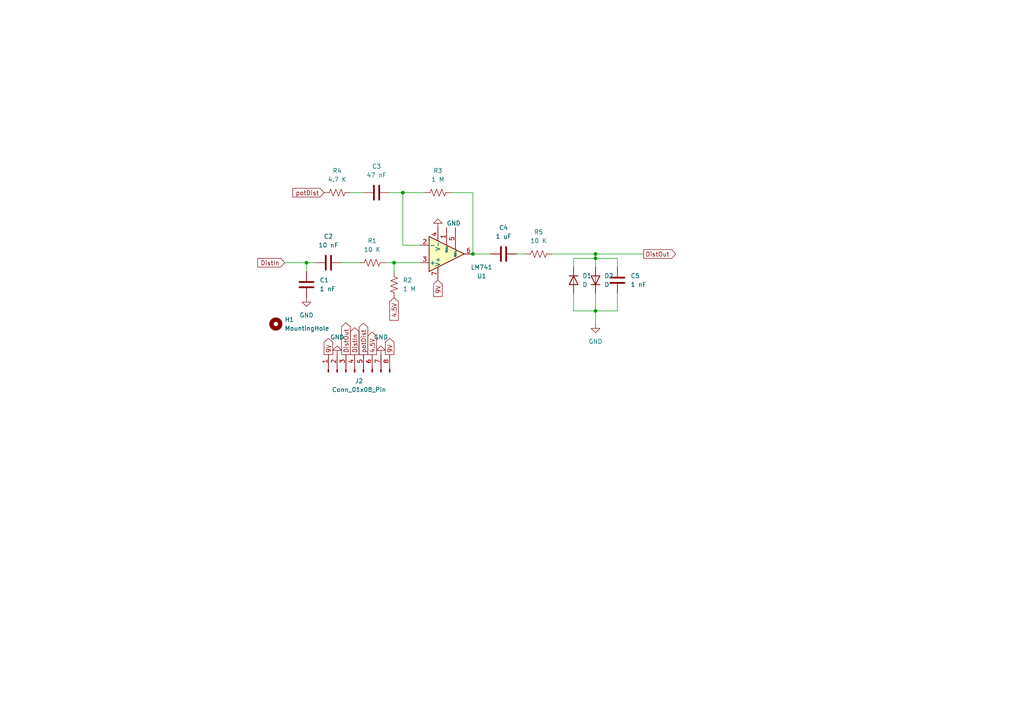
<source format=kicad_sch>
(kicad_sch (version 20250114) (generator "eeschema") (generator_version "9.0")
  (paper "A4")
  (lib_symbols
    (symbol "Amplifier_Operational:LM741" (pin_names (offset 0.127))
      (property "Reference" "U" (at 0 6.35 0))
      (property "Value" "LM741" (at 0 3.81 0))
      (symbol "LM741_0_1"
        (polyline (pts (xy -5.08 5.08) (xy 5.08 0) (xy -5.08 -5.08) (xy -5.08 5.08)) (stroke (width 0.254)) (fill (type background)))
      )
      (symbol "LM741_1_1"
        (pin input line (at -7.62 2.54 0) (length 2.54) (name "+") (number "3"))
        (pin input line (at -7.62 -2.54 0) (length 2.54) (name "-") (number "2"))
        (pin power_in line (at -2.54 7.62 270) (length 3.81) (name "V+") (number "7"))
        (pin power_in line (at -2.54 -7.62 90) (length 3.81) (name "V-") (number "4"))
        (pin no_connect line (at 0 2.54 270) (length 2.54) (hide yes) (name "NC") (number "8"))
        (pin input line (at 0 -7.62 90) (length 5.08) (name "NULL") (number "1"))
        (pin input line (at 2.54 -7.62 90) (length 6.35) (name "NULL") (number "5"))
        (pin output line (at 7.62 0 180) (length 2.54) (name "~") (number "6"))
      )
    )
    (symbol "Connector:Conn_01x08_Pin" (pin_names (offset 1.016) (hide yes))
      (property "Reference" "J" (at 0 10.16 0))
      (property "Value" "Conn_01x08_Pin" (at 0 -12.7 0))
      (symbol "Conn_01x08_Pin_1_1"
        (rectangle (start 0.8636 7.747) (end 0 7.493) (stroke (width 0.1524)) (fill (type outline)))
        (rectangle (start 0.8636 5.207) (end 0 4.953) (stroke (width 0.1524)) (fill (type outline)))
        (rectangle (start 0.8636 2.667) (end 0 2.413) (stroke (width 0.1524)) (fill (type outline)))
        (rectangle (start 0.8636 0.127) (end 0 -0.127) (stroke (width 0.1524)) (fill (type outline)))
        (rectangle (start 0.8636 -2.413) (end 0 -2.667) (stroke (width 0.1524)) (fill (type outline)))
        (rectangle (start 0.8636 -4.953) (end 0 -5.207) (stroke (width 0.1524)) (fill (type outline)))
        (rectangle (start 0.8636 -7.493) (end 0 -7.747) (stroke (width 0.1524)) (fill (type outline)))
        (rectangle (start 0.8636 -10.033) (end 0 -10.287) (stroke (width 0.1524)) (fill (type outline)))
        (polyline (pts (xy 1.27 7.62) (xy 0.8636 7.62)) (stroke (width 0.1524)))
        (polyline (pts (xy 1.27 5.08) (xy 0.8636 5.08)) (stroke (width 0.1524)))
        (polyline (pts (xy 1.27 2.54) (xy 0.8636 2.54)) (stroke (width 0.1524)))
        (polyline (pts (xy 1.27 0) (xy 0.8636 0)) (stroke (width 0.1524)))
        (polyline (pts (xy 1.27 -2.54) (xy 0.8636 -2.54)) (stroke (width 0.1524)))
        (polyline (pts (xy 1.27 -5.08) (xy 0.8636 -5.08)) (stroke (width 0.1524)))
        (polyline (pts (xy 1.27 -7.62) (xy 0.8636 -7.62)) (stroke (width 0.1524)))
        (polyline (pts (xy 1.27 -10.16) (xy 0.8636 -10.16)) (stroke (width 0.1524)))
        (pin passive line (at 5.08 7.62 180) (length 3.81) (name "Pin_1") (number "1"))
        (pin passive line (at 5.08 5.08 180) (length 3.81) (name "Pin_2") (number "2"))
        (pin passive line (at 5.08 2.54 180) (length 3.81) (name "Pin_3") (number "3"))
        (pin passive line (at 5.08 0 180) (length 3.81) (name "Pin_4") (number "4"))
        (pin passive line (at 5.08 -2.54 180) (length 3.81) (name "Pin_5") (number "5"))
        (pin passive line (at 5.08 -5.08 180) (length 3.81) (name "Pin_6") (number "6"))
        (pin passive line (at 5.08 -7.62 180) (length 3.81) (name "Pin_7") (number "7"))
        (pin passive line (at 5.08 -10.16 180) (length 3.81) (name "Pin_8") (number "8"))
      )
    )
    (symbol "Device:C" (pin_numbers (hide yes)) (pin_names (offset 0.254))
      (property "Reference" "C" (at 0.635 2.54 0))
      (property "Value" "C" (at 0.635 -2.54 0))
      (symbol "C_0_1"
        (polyline (pts (xy -2.032 0.762) (xy 2.032 0.762)) (stroke (width 0.508)))
        (polyline (pts (xy -2.032 -0.762) (xy 2.032 -0.762)) (stroke (width 0.508)))
      )
      (symbol "C_1_1"
        (pin passive line (at 0 3.81 270) (length 2.794) (name "~") (number "1"))
        (pin passive line (at 0 -3.81 90) (length 2.794) (name "~") (number "2"))
      )
    )
    (symbol "Device:D" (pin_numbers (hide yes)) (pin_names (offset 1.016) (hide yes))
      (property "Reference" "D" (at 0 2.54 0))
      (property "Value" "D" (at 0 -2.54 0))
      (symbol "D_0_1"
        (polyline (pts (xy -1.27 1.27) (xy -1.27 -1.27)) (stroke (width 0.254)))
        (polyline (pts (xy 1.27 1.27) (xy 1.27 -1.27) (xy -1.27 0) (xy 1.27 1.27)) (stroke (width 0.254)))
        (polyline (pts (xy 1.27 0) (xy -1.27 0)))
      )
      (symbol "D_1_1"
        (pin passive line (at -3.81 0 0) (length 2.54) (name "K") (number "1"))
        (pin passive line (at 3.81 0 180) (length 2.54) (name "A") (number "2"))
      )
    )
    (symbol "Device:R_US" (pin_numbers (hide yes)) (pin_names (offset 0))
      (property "Reference" "R" (at 2.54 0 90))
      (property "Value" "R_US" (at -2.54 0 90))
      (symbol "R_US_0_1"
        (polyline (pts (xy 0 2.286) (xy 0 2.54)))
        (polyline (pts (xy 0 2.286) (xy 1.016 1.905) (xy 0 1.524) (xy -1.016 1.143) (xy 0 0.762)))
        (polyline (pts (xy 0 0.762) (xy 1.016 0.381) (xy 0 0) (xy -1.016 -0.381) (xy 0 -0.762)))
        (polyline (pts (xy 0 -0.762) (xy 1.016 -1.143) (xy 0 -1.524) (xy -1.016 -1.905) (xy 0 -2.286)))
        (polyline (pts (xy 0 -2.286) (xy 0 -2.54)))
      )
      (symbol "R_US_1_1"
        (pin passive line (at 0 3.81 270) (length 1.27) (name "~") (number "1"))
        (pin passive line (at 0 -3.81 90) (length 1.27) (name "~") (number "2"))
      )
    )
    (symbol "Mechanical:MountingHole" (pin_names (offset 1.016)) (in_bom no)
      (property "Reference" "H" (at 0 5.08 0))
      (property "Value" "MountingHole" (at 0 3.175 0))
      (symbol "MountingHole_0_1"
        (circle (center 0 0) (radius 1.27) (stroke (width 1.27)))
      )
    )
    (symbol "power:GND" (power) (pin_numbers (hide yes)) (pin_names (offset 0) (hide yes))
      (property "Value" "GND" (at 0 -3.81 0))
      (symbol "GND_0_1"
        (polyline (pts (xy 0 0) (xy 0 -1.27) (xy 1.27 -1.27) (xy 0 -2.54) (xy -1.27 -1.27) (xy 0 -1.27)))
      )
      (symbol "GND_1_1"
        (pin power_in line (at 0 0 270) (length 0) (name "~") (number "1"))
      )
    )
  )
  (junction (at 172.72 73.66))
  (junction (at 172.72 74.93))
  (junction (at 172.72 90.17))
  (junction (at 116.84 55.88))
  (junction (at 137.16 73.66))
  (junction (at 88.9 76.2))
  (junction (at 114.3 76.2))
  (wire (pts (xy 99.06 76.2) (xy 104.14 76.2)))
  (wire (pts (xy 179.07 74.93) (xy 179.07 77.47)))
  (wire (pts (xy 172.72 90.17) (xy 179.07 90.17)))
  (wire (pts (xy 166.37 90.17) (xy 172.72 90.17)))
  (wire (pts (xy 114.3 78.74) (xy 114.3 76.2)))
  (wire (pts (xy 166.37 85.09) (xy 166.37 90.17)))
  (wire (pts (xy 172.72 74.93) (xy 179.07 74.93)))
  (wire (pts (xy 172.72 74.93) (xy 172.72 77.47)))
  (wire (pts (xy 160.02 73.66) (xy 172.72 73.66)))
  (wire (pts (xy 101.6 55.88) (xy 105.41 55.88)))
  (wire (pts (xy 172.72 90.17) (xy 172.72 93.98)))
  (wire (pts (xy 137.16 73.66) (xy 142.24 73.66)))
  (wire (pts (xy 116.84 71.12) (xy 121.92 71.12)))
  (wire (pts (xy 179.07 90.17) (xy 179.07 85.09)))
  (wire (pts (xy 88.9 78.74) (xy 88.9 76.2)))
  (wire (pts (xy 172.72 73.66) (xy 186.69 73.66)))
  (wire (pts (xy 137.16 55.88) (xy 137.16 73.66)))
  (wire (pts (xy 88.9 76.2) (xy 91.44 76.2)))
  (wire (pts (xy 116.84 55.88) (xy 116.84 71.12)))
  (wire (pts (xy 166.37 74.93) (xy 172.72 74.93)))
  (wire (pts (xy 172.72 85.09) (xy 172.72 90.17)))
  (wire (pts (xy 111.76 76.2) (xy 114.3 76.2)))
  (wire (pts (xy 82.55 76.2) (xy 88.9 76.2)))
  (wire (pts (xy 130.81 55.88) (xy 137.16 55.88)))
  (wire (pts (xy 114.3 76.2) (xy 121.92 76.2)))
  (wire (pts (xy 172.72 73.66) (xy 172.72 74.93)))
  (wire (pts (xy 166.37 77.47) (xy 166.37 74.93)))
  (wire (pts (xy 113.03 55.88) (xy 116.84 55.88)))
  (wire (pts (xy 116.84 55.88) (xy 123.19 55.88)))
  (wire (pts (xy 149.86 73.66) (xy 152.4 73.66)))
  (global_label "DistIn" (shape output) (at 102.87 102.87 90) (property "Intersheetrefs" "${INTERSHEET_REFS}" (effects (hide yes))))
  (global_label "DistOut" (shape output) (at 186.69 73.66 0) (property "Intersheetrefs" "${INTERSHEET_REFS}" (effects (hide yes))))
  (global_label "4.5V" (shape input) (at 114.3 86.36 270) (property "Intersheetrefs" "${INTERSHEET_REFS}" (effects (hide yes))))
  (global_label "DistIn" (shape input) (at 82.55 76.2 180) (property "Intersheetrefs" "${INTERSHEET_REFS}" (effects (hide yes))))
  (global_label "potDist" (shape output) (at 105.41 102.87 90) (property "Intersheetrefs" "${INTERSHEET_REFS}" (effects (hide yes))))
  (global_label "DistOut" (shape output) (at 100.33 102.87 90) (property "Intersheetrefs" "${INTERSHEET_REFS}" (effects (hide yes))))
  (global_label "4.5V" (shape output) (at 107.95 102.87 90) (property "Intersheetrefs" "${INTERSHEET_REFS}" (effects (hide yes))))
  (global_label "9V" (shape input) (at 127 81.28 270) (property "Intersheetrefs" "${INTERSHEET_REFS}" (effects (hide yes))))
  (global_label "9V" (shape output) (at 95.25 102.87 90) (property "Intersheetrefs" "${INTERSHEET_REFS}" (effects (hide yes))))
  (global_label "9V" (shape output) (at 113.03 102.87 90) (property "Intersheetrefs" "${INTERSHEET_REFS}" (effects (hide yes))))
  (global_label "potDist" (shape input) (at 93.98 55.88 180) (property "Intersheetrefs" "${INTERSHEET_REFS}" (effects (hide yes))))
  (symbol (lib_id "Device:R_US") (at 114.3 82.55 180) (unit 1)
    (property "Reference" "R2" (at 116.84 81.2799 0) (effects (justify right)))
    (property "Value" "1 M" (at 116.84 83.8199 0) (effects (justify right)))
    (property "Footprint" "Resistor_SMD:R_1206_3216Metric" (effects (hide yes)))
    (property "Description" "Resistor, US symbol" (effects (hide yes)))
  )
  (symbol (lib_id "Device:C") (at 109.22 55.88 90) (unit 1)
    (property "Reference" "C3" (at 109.22 48.26 90))
    (property "Value" "47 nF" (at 109.22 50.8 90))
    (property "Footprint" "Capacitor_SMD:C_1206_3216Metric" (effects (hide yes)))
    (property "Description" "Unpolarized capacitor" (effects (hide yes)))
  )
  (symbol (lib_id "Device:C") (at 179.07 81.28 180) (unit 1)
    (property "Reference" "C5" (at 182.88 80.0099 0) (effects (justify right)))
    (property "Value" "1 nF" (at 182.88 82.5499 0) (effects (justify right)))
    (property "Footprint" "Capacitor_SMD:C_0805_2012Metric" (effects (hide yes)))
    (property "Description" "Unpolarized capacitor" (effects (hide yes)))
  )
  (symbol (lib_id "Device:D") (at 166.37 81.28 270) (unit 1)
    (property "Reference" "D1" (at 168.91 80.0099 90) (effects (justify left)))
    (property "Value" "D" (at 168.91 82.5499 90) (effects (justify left)))
    (property "Footprint" "Diode_THT:D_A-405_P7.62mm_Horizontal" (effects (hide yes)))
    (property "Description" "Diode" (effects (hide yes)))
    (property "Sim.Device" "D" (effects (hide yes)))
    (property "Sim.Pins" "1=K 2=A" (effects (hide yes)))
  )
  (symbol (lib_id "power:GND") (at 97.79 102.87 180) (unit 1)
    (property "Reference" "#PWR04" (effects (hide yes)))
    (property "Value" "GND" (at 97.79 97.79 0))
    (property "Description" "Power symbol creates a global label with name \"GND\" , ground" (effects (hide yes)))
  )
  (symbol (lib_id "Device:R_US") (at 107.95 76.2 90) (unit 1)
    (property "Reference" "R1" (at 107.95 69.85 90))
    (property "Value" "10 K" (at 107.95 72.39 90))
    (property "Footprint" "Resistor_SMD:R_1206_3216Metric" (effects (hide yes)))
    (property "Description" "Resistor, US symbol" (effects (hide yes)))
  )
  (symbol (lib_id "Device:C") (at 95.25 76.2 90) (unit 1)
    (property "Reference" "C2" (at 95.25 68.58 90))
    (property "Value" "10 nF" (at 95.25 71.12 90))
    (property "Footprint" "Capacitor_SMD:C_0805_2012Metric" (effects (hide yes)))
    (property "Description" "Unpolarized capacitor" (effects (hide yes)))
  )
  (symbol (lib_id "power:GND") (at 172.72 93.98 0) (unit 1)
    (property "Reference" "#PWR03" (effects (hide yes)))
    (property "Value" "GND" (at 172.72 99.06 0))
    (property "Description" "Power symbol creates a global label with name \"GND\" , ground" (effects (hide yes)))
  )
  (symbol (lib_id "Device:R_US") (at 156.21 73.66 90) (unit 1)
    (property "Reference" "R5" (at 156.21 67.31 90))
    (property "Value" "10 K" (at 156.21 69.85 90))
    (property "Footprint" "Resistor_SMD:R_1206_3216Metric" (effects (hide yes)))
    (property "Description" "Resistor, US symbol" (effects (hide yes)))
  )
  (symbol (lib_id "Device:R_US") (at 127 55.88 90) (unit 1)
    (property "Reference" "R3" (at 127 49.53 90))
    (property "Value" "1 M" (at 127 52.07 90))
    (property "Footprint" "Resistor_SMD:R_1206_3216Metric" (effects (hide yes)))
    (property "Description" "Resistor, US symbol" (effects (hide yes)))
  )
  (symbol (lib_id "Connector:Conn_01x08_Pin") (at 102.87 107.95 90) (unit 1)
    (property "Reference" "J2" (at 104.14 110.49 90))
    (property "Value" "Conn_01x08_Pin" (at 104.14 113.03 90))
    (property "Footprint" "Connector_PinHeader_2.00mm:PinHeader_1x08_P2.00mm_Horizontal" (effects (hide yes)))
    (property "Description" "Generic connector, single row, 01x08, script generated" (effects (hide yes)))
  )
  (symbol (lib_id "Device:D") (at 172.72 81.28 90) (unit 1)
    (property "Reference" "D2" (at 175.26 80.0099 90) (effects (justify right)))
    (property "Value" "D" (at 175.26 82.5499 90) (effects (justify right)))
    (property "Footprint" "Diode_THT:D_A-405_P7.62mm_Horizontal" (effects (hide yes)))
    (property "Description" "Diode" (effects (hide yes)))
    (property "Sim.Device" "D" (effects (hide yes)))
    (property "Sim.Pins" "1=K 2=A" (effects (hide yes)))
  )
  (symbol (lib_id "power:GND") (at 127 66.04 180) (unit 1)
    (property "Reference" "#PWR02" (effects (hide yes)))
    (property "Value" "GND" (at 129.54 64.7699 0) (effects (justify right)))
    (property "Description" "Power symbol creates a global label with name \"GND\" , ground" (effects (hide yes)))
  )
  (symbol (lib_id "power:GND") (at 88.9 86.36 0) (unit 1)
    (property "Reference" "#PWR01" (effects (hide yes)))
    (property "Value" "GND" (at 88.9 91.44 0))
    (property "Description" "Power symbol creates a global label with name \"GND\" , ground" (effects (hide yes)))
  )
  (symbol (lib_id "power:GND") (at 110.49 102.87 180) (unit 1)
    (property "Reference" "#PWR05" (effects (hide yes)))
    (property "Value" "GND" (at 110.49 97.79 0))
    (property "Description" "Power symbol creates a global label with name \"GND\" , ground" (effects (hide yes)))
  )
  (symbol (lib_id "Device:C") (at 146.05 73.66 90) (unit 1)
    (property "Reference" "C4" (at 146.05 66.04 90))
    (property "Value" "1 uF" (at 146.05 68.58 90))
    (property "Footprint" "Capacitor_SMD:C_0805_2012Metric" (effects (hide yes)))
    (property "Description" "Unpolarized capacitor" (effects (hide yes)))
  )
  (symbol (lib_id "Mechanical:MountingHole") (at 80.01 93.98 0) (unit 1) (in_bom no)
    (property "Reference" "H1" (at 82.55 92.7099 0) (effects (justify left)))
    (property "Value" "MountingHole" (at 82.55 95.2499 0) (effects (justify left)))
    (property "Footprint" "MountingHole:MountingHole_3.5mm" (effects (hide yes)))
    (property "Description" "Mounting Hole without connection" (effects (hide yes)))
  )
  (symbol (lib_id "Device:C") (at 88.9 82.55 0) (unit 1)
    (property "Reference" "C1" (at 92.71 81.2799 0) (effects (justify left)))
    (property "Value" "1 nF" (at 92.71 83.8199 0) (effects (justify left)))
    (property "Footprint" "Capacitor_SMD:C_0805_2012Metric" (effects (hide yes)))
    (property "Description" "Unpolarized capacitor" (effects (hide yes)))
  )
  (symbol (lib_id "Amplifier_Operational:LM741") (at 129.54 73.66 0) (mirror x) (unit 1)
    (property "Reference" "U1" (at 139.7 80.0802 0))
    (property "Value" "LM741" (at 139.7 77.5402 0))
    (property "Footprint" "Package_SO:SOIC-8_3.9x4.9mm_P1.27mm" (effects (hide yes)))
    (property "Datasheet" "http://www.ti.com/lit/ds/symlink/lm741.pdf" (effects (hide yes)))
    (property "Description" "Operational Amplifier, DIP-8/TO-99-8" (effects (hide yes)))
  )
  (symbol (lib_id "Device:R_US") (at 97.79 55.88 90) (unit 1)
    (property "Reference" "R4" (at 97.79 49.53 90))
    (property "Value" "4.7 K" (at 97.79 52.07 90))
    (property "Footprint" "Resistor_SMD:R_1206_3216Metric" (effects (hide yes)))
    (property "Description" "Resistor, US symbol" (effects (hide yes)))
  )
)
</source>
